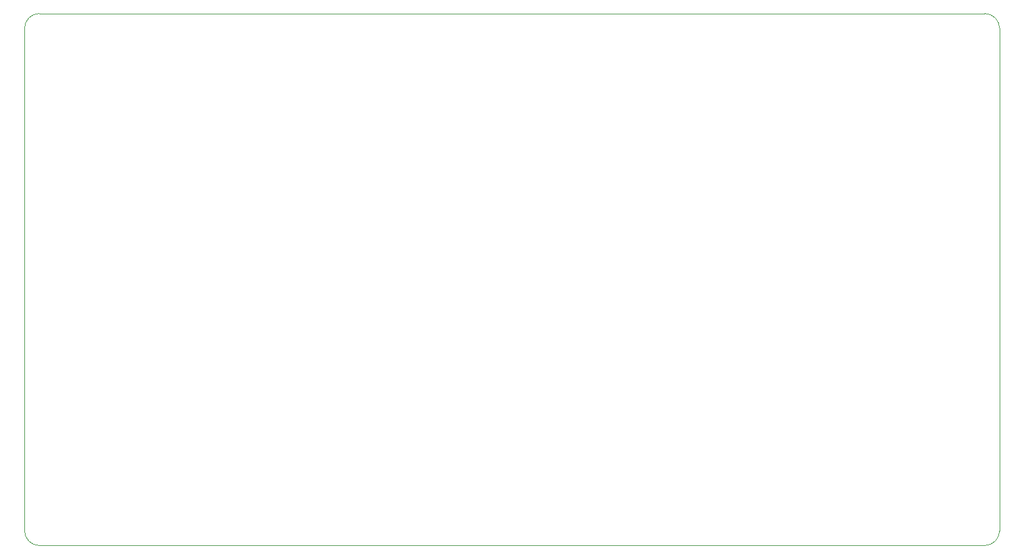
<source format=gbr>
%TF.GenerationSoftware,KiCad,Pcbnew,5.1.8-db9833491~88~ubuntu20.04.1*%
%TF.CreationDate,2020-12-18T16:20:58-07:00*%
%TF.ProjectId,iconograph-pcb,69636f6e-6f67-4726-9170-682d7063622e,rev?*%
%TF.SameCoordinates,Original*%
%TF.FileFunction,Profile,NP*%
%FSLAX46Y46*%
G04 Gerber Fmt 4.6, Leading zero omitted, Abs format (unit mm)*
G04 Created by KiCad (PCBNEW 5.1.8-db9833491~88~ubuntu20.04.1) date 2020-12-18 16:20:58*
%MOMM*%
%LPD*%
G01*
G04 APERTURE LIST*
%TA.AperFunction,Profile*%
%ADD10C,0.050000*%
%TD*%
G04 APERTURE END LIST*
D10*
X68400000Y-111000000D02*
G75*
G02*
X66400000Y-109000000I0J2000000D01*
G01*
X198600000Y-109000000D02*
G75*
G02*
X196600000Y-111000000I-2000000J0D01*
G01*
X196600000Y-38800000D02*
G75*
G02*
X198600000Y-40800000I0J-2000000D01*
G01*
X66400000Y-40800000D02*
G75*
G02*
X68400000Y-38800000I2000000J0D01*
G01*
X66400000Y-109000000D02*
X66400000Y-40800000D01*
X196600000Y-111000000D02*
X68400000Y-111000000D01*
X198600000Y-40800000D02*
X198600000Y-109000000D01*
X68400000Y-38800000D02*
X196600000Y-38800000D01*
M02*

</source>
